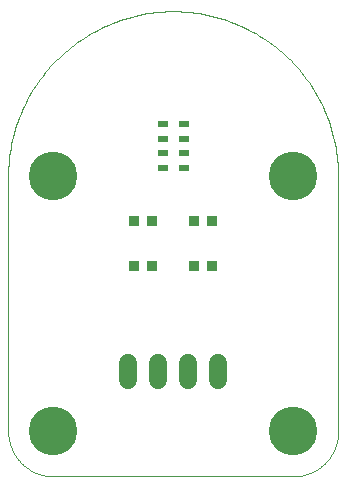
<source format=gts>
G75*
%MOIN*%
%OFA0B0*%
%FSLAX25Y25*%
%IPPOS*%
%LPD*%
%AMOC8*
5,1,8,0,0,1.08239X$1,22.5*
%
%ADD10R,0.03550X0.02369*%
%ADD11C,0.05943*%
%ADD12C,0.00000*%
%ADD13C,0.16211*%
%ADD14R,0.03550X0.03550*%
D10*
X0058257Y0121722D03*
X0058257Y0126644D03*
X0058257Y0131565D03*
X0058257Y0136486D03*
X0065343Y0136486D03*
X0065343Y0131565D03*
X0065343Y0126644D03*
X0065343Y0121722D03*
D11*
X0066800Y0056778D02*
X0066800Y0051234D01*
X0076800Y0051234D02*
X0076800Y0056778D01*
X0056800Y0056778D02*
X0056800Y0051234D01*
X0046800Y0051234D02*
X0046800Y0056778D01*
D12*
X0021800Y0019006D02*
X0101800Y0019006D01*
X0102162Y0019010D01*
X0102525Y0019024D01*
X0102887Y0019045D01*
X0103248Y0019076D01*
X0103608Y0019115D01*
X0103967Y0019163D01*
X0104325Y0019220D01*
X0104682Y0019285D01*
X0105037Y0019359D01*
X0105390Y0019442D01*
X0105741Y0019533D01*
X0106089Y0019632D01*
X0106435Y0019740D01*
X0106779Y0019856D01*
X0107119Y0019981D01*
X0107456Y0020113D01*
X0107790Y0020254D01*
X0108121Y0020403D01*
X0108448Y0020560D01*
X0108771Y0020724D01*
X0109090Y0020896D01*
X0109404Y0021076D01*
X0109715Y0021264D01*
X0110020Y0021459D01*
X0110321Y0021661D01*
X0110617Y0021871D01*
X0110907Y0022087D01*
X0111193Y0022311D01*
X0111473Y0022541D01*
X0111747Y0022778D01*
X0112015Y0023022D01*
X0112278Y0023272D01*
X0112534Y0023528D01*
X0112784Y0023791D01*
X0113028Y0024059D01*
X0113265Y0024333D01*
X0113495Y0024613D01*
X0113719Y0024899D01*
X0113935Y0025189D01*
X0114145Y0025485D01*
X0114347Y0025786D01*
X0114542Y0026091D01*
X0114730Y0026402D01*
X0114910Y0026716D01*
X0115082Y0027035D01*
X0115246Y0027358D01*
X0115403Y0027685D01*
X0115552Y0028016D01*
X0115693Y0028350D01*
X0115825Y0028687D01*
X0115950Y0029027D01*
X0116066Y0029371D01*
X0116174Y0029717D01*
X0116273Y0030065D01*
X0116364Y0030416D01*
X0116447Y0030769D01*
X0116521Y0031124D01*
X0116586Y0031481D01*
X0116643Y0031839D01*
X0116691Y0032198D01*
X0116730Y0032558D01*
X0116761Y0032919D01*
X0116782Y0033281D01*
X0116796Y0033644D01*
X0116800Y0034006D01*
X0116800Y0119006D01*
X0116784Y0120345D01*
X0116735Y0121684D01*
X0116653Y0123021D01*
X0116539Y0124355D01*
X0116393Y0125687D01*
X0116214Y0127014D01*
X0116003Y0128337D01*
X0115759Y0129654D01*
X0115484Y0130965D01*
X0115177Y0132268D01*
X0114838Y0133564D01*
X0114468Y0134851D01*
X0114067Y0136129D01*
X0113634Y0137397D01*
X0113171Y0138654D01*
X0112677Y0139899D01*
X0112153Y0141132D01*
X0111600Y0142351D01*
X0111016Y0143557D01*
X0110404Y0144748D01*
X0109763Y0145924D01*
X0109093Y0147084D01*
X0108395Y0148227D01*
X0107670Y0149353D01*
X0106917Y0150461D01*
X0106138Y0151551D01*
X0105332Y0152621D01*
X0104501Y0153671D01*
X0103644Y0154700D01*
X0102762Y0155709D01*
X0101857Y0156695D01*
X0100927Y0157659D01*
X0099974Y0158601D01*
X0098999Y0159519D01*
X0098001Y0160412D01*
X0096982Y0161282D01*
X0095942Y0162126D01*
X0094882Y0162944D01*
X0093802Y0163737D01*
X0092704Y0164503D01*
X0091586Y0165242D01*
X0090452Y0165954D01*
X0089300Y0166637D01*
X0088132Y0167293D01*
X0086948Y0167920D01*
X0085750Y0168518D01*
X0084537Y0169086D01*
X0083311Y0169625D01*
X0082072Y0170134D01*
X0080821Y0170612D01*
X0079558Y0171060D01*
X0078286Y0171477D01*
X0077003Y0171863D01*
X0075711Y0172218D01*
X0074411Y0172541D01*
X0073104Y0172832D01*
X0071790Y0173091D01*
X0070470Y0173318D01*
X0069145Y0173513D01*
X0067815Y0173676D01*
X0066482Y0173806D01*
X0065147Y0173904D01*
X0063809Y0173969D01*
X0062470Y0174002D01*
X0061130Y0174002D01*
X0059791Y0173969D01*
X0058453Y0173904D01*
X0057118Y0173806D01*
X0055785Y0173676D01*
X0054455Y0173513D01*
X0053130Y0173318D01*
X0051810Y0173091D01*
X0050496Y0172832D01*
X0049189Y0172541D01*
X0047889Y0172218D01*
X0046597Y0171863D01*
X0045314Y0171477D01*
X0044042Y0171060D01*
X0042779Y0170612D01*
X0041528Y0170134D01*
X0040289Y0169625D01*
X0039063Y0169086D01*
X0037850Y0168518D01*
X0036652Y0167920D01*
X0035468Y0167293D01*
X0034300Y0166637D01*
X0033148Y0165954D01*
X0032014Y0165242D01*
X0030896Y0164503D01*
X0029798Y0163737D01*
X0028718Y0162944D01*
X0027658Y0162126D01*
X0026618Y0161282D01*
X0025599Y0160412D01*
X0024601Y0159519D01*
X0023626Y0158601D01*
X0022673Y0157659D01*
X0021743Y0156695D01*
X0020838Y0155709D01*
X0019956Y0154700D01*
X0019099Y0153671D01*
X0018268Y0152621D01*
X0017462Y0151551D01*
X0016683Y0150461D01*
X0015930Y0149353D01*
X0015205Y0148227D01*
X0014507Y0147084D01*
X0013837Y0145924D01*
X0013196Y0144748D01*
X0012584Y0143557D01*
X0012000Y0142351D01*
X0011447Y0141132D01*
X0010923Y0139899D01*
X0010429Y0138654D01*
X0009966Y0137397D01*
X0009533Y0136129D01*
X0009132Y0134851D01*
X0008762Y0133564D01*
X0008423Y0132268D01*
X0008116Y0130965D01*
X0007841Y0129654D01*
X0007597Y0128337D01*
X0007386Y0127014D01*
X0007207Y0125687D01*
X0007061Y0124355D01*
X0006947Y0123021D01*
X0006865Y0121684D01*
X0006816Y0120345D01*
X0006800Y0119006D01*
X0006800Y0034006D01*
X0006804Y0033644D01*
X0006818Y0033281D01*
X0006839Y0032919D01*
X0006870Y0032558D01*
X0006909Y0032198D01*
X0006957Y0031839D01*
X0007014Y0031481D01*
X0007079Y0031124D01*
X0007153Y0030769D01*
X0007236Y0030416D01*
X0007327Y0030065D01*
X0007426Y0029717D01*
X0007534Y0029371D01*
X0007650Y0029027D01*
X0007775Y0028687D01*
X0007907Y0028350D01*
X0008048Y0028016D01*
X0008197Y0027685D01*
X0008354Y0027358D01*
X0008518Y0027035D01*
X0008690Y0026716D01*
X0008870Y0026402D01*
X0009058Y0026091D01*
X0009253Y0025786D01*
X0009455Y0025485D01*
X0009665Y0025189D01*
X0009881Y0024899D01*
X0010105Y0024613D01*
X0010335Y0024333D01*
X0010572Y0024059D01*
X0010816Y0023791D01*
X0011066Y0023528D01*
X0011322Y0023272D01*
X0011585Y0023022D01*
X0011853Y0022778D01*
X0012127Y0022541D01*
X0012407Y0022311D01*
X0012693Y0022087D01*
X0012983Y0021871D01*
X0013279Y0021661D01*
X0013580Y0021459D01*
X0013885Y0021264D01*
X0014196Y0021076D01*
X0014510Y0020896D01*
X0014829Y0020724D01*
X0015152Y0020560D01*
X0015479Y0020403D01*
X0015810Y0020254D01*
X0016144Y0020113D01*
X0016481Y0019981D01*
X0016821Y0019856D01*
X0017165Y0019740D01*
X0017511Y0019632D01*
X0017859Y0019533D01*
X0018210Y0019442D01*
X0018563Y0019359D01*
X0018918Y0019285D01*
X0019275Y0019220D01*
X0019633Y0019163D01*
X0019992Y0019115D01*
X0020352Y0019076D01*
X0020713Y0019045D01*
X0021075Y0019024D01*
X0021438Y0019010D01*
X0021800Y0019006D01*
D13*
X0021800Y0034006D03*
X0021800Y0119006D03*
X0101800Y0119006D03*
X0101800Y0034006D03*
D14*
X0074753Y0089006D03*
X0068847Y0089006D03*
X0068847Y0104006D03*
X0074753Y0104006D03*
X0054753Y0104006D03*
X0048847Y0104006D03*
X0048847Y0089006D03*
X0054753Y0089006D03*
M02*

</source>
